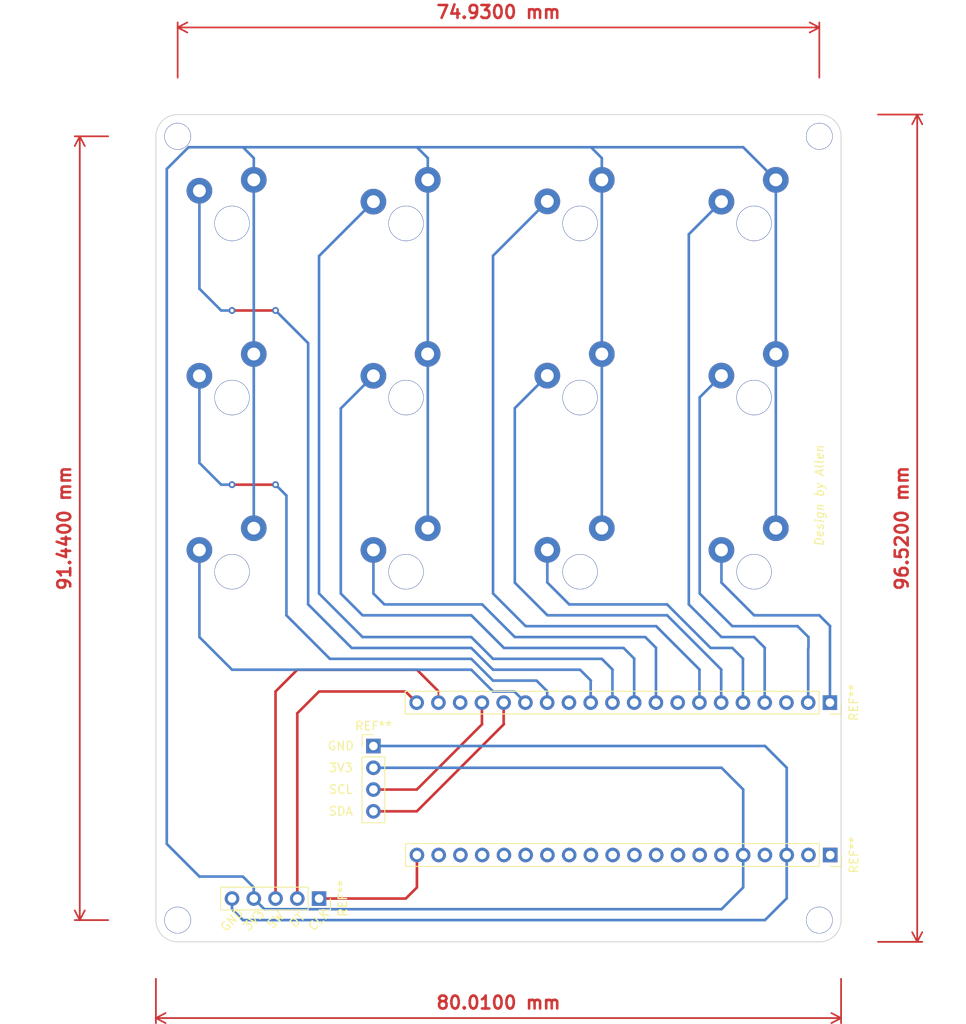
<source format=kicad_pcb>
(kicad_pcb (version 20211014) (generator pcbnew)
  (title_block (title "4*3_programmable_keyboard") (date "2022-05-29"))
  (layers (0 "F.Cu" signal) (31 "B.Cu" signal) (34 "B.Paste" user) (35 "F.Paste" user) (36 "B.SilkS" user "B.Silkscreen") (37 "F.SilkS" user "F.Silkscreen") (38 "B.Mask" user) (39 "F.Mask" user) (44 "Edge.Cuts" user))
  (net 0 "")
  (footprint "" (layer "F.Cu") (at 100.316608 79.98889)
    (fp_text reference "" (at 0 0) (layer "F.SilkS") (effects (font (size 1.27 1.27))))
    (fp_text value "" (at 0 0) (layer "F.SilkS") (effects (font (size 1.27 1.27))))
    (pad "1" thru_hole circle (at 0 0) (size 3 3) (drill 1.5) (layers *.Cu *.Mask))
  )
  (footprint "" (layer "F.Cu") (at 106.68 57.15)
    (fp_text reference "" (at 0 0) (layer "F.SilkS") (effects (font (size 1.27 1.27))))
    (fp_text value "" (at 0 0) (layer "F.SilkS") (effects (font (size 1.27 1.27))))
    (pad "1" thru_hole circle (at 0 0) (size 3 3) (drill 1.5) (layers *.Cu *.Mask))
  )
  (footprint "" (layer "F.Cu") (at 127 77.47)
    (fp_text reference "" (at 0 0) (layer "F.SilkS") (effects (font (size 1.27 1.27))))
    (fp_text value "" (at 0 0) (layer "F.SilkS") (effects (font (size 1.27 1.27))))
    (pad "1" thru_hole circle (at 0 0) (size 3 3) (drill 1.5) (layers *.Cu *.Mask))
  )
  (footprint "" (layer "F.Cu") (at 86.36 57.15)
    (fp_text reference "" (at 0 0) (layer "F.SilkS") (effects (font (size 1.27 1.27))))
    (fp_text value "" (at 0 0) (layer "F.SilkS") (effects (font (size 1.27 1.27))))
    (pad "1" thru_hole circle (at 0 0) (size 3 3) (drill 1.5) (layers *.Cu *.Mask))
  )
  (footprint "" (layer "F.Cu") (at 120.65 59.69)
    (fp_text reference "" (at 0 0) (layer "F.SilkS") (effects (font (size 1.27 1.27))))
    (fp_text value "" (at 0 0) (layer "F.SilkS") (effects (font (size 1.27 1.27))))
    (pad "1" thru_hole circle (at 0 0) (size 3 3) (drill 1.5) (layers *.Cu *.Mask))
  )
  (footprint "Connector_PinSocket_2.54mm:PinSocket_1x20_P2.54mm_Vertical" (layer "F.Cu") (at 133.35 135.915 -90)
    (fp_text reference "REF**" (at 0 -2.77 90) (layer "F.SilkS"))
    (fp_text value "PinSocket_1x20_P2.54mm_Vertical")
    (fp_line (start 1.33 -1.33) (end 1.33 0) (layer "F.SilkS") (width 0.12))
    (fp_line (start -1.33 1.27) (end 1.33 1.27) (layer "F.SilkS") (width 0.12))
    (fp_line (start -1.33 1.27) (end -1.33 49.59) (layer "F.SilkS") (width 0.12))
    (fp_line (start 1.33 1.27) (end 1.33 49.59) (layer "F.SilkS") (width 0.12))
    (fp_line (start 0 -1.33) (end 1.33 -1.33) (layer "F.SilkS") (width 0.12))
    (fp_line (start -1.33 49.59) (end 1.33 49.59) (layer "F.SilkS") (width 0.12))
    (pad "1" thru_hole rect (at 0 0 270) (size 1.7 1.7) (drill 1) (layers *.Cu *.Mask))
    (pad "2" thru_hole oval (at 0 2.54 270) (size 1.7 1.7) (drill 1) (layers *.Cu *.Mask))
    (pad "3" thru_hole oval (at 0 5.08 270) (size 1.7 1.7) (drill 1) (layers *.Cu *.Mask))
    (pad "4" thru_hole oval (at 0 7.62 270) (size 1.7 1.7) (drill 1) (layers *.Cu *.Mask))
    (pad "5" thru_hole oval (at 0 10.16 270) (size 1.7 1.7) (drill 1) (layers *.Cu *.Mask))
    (pad "6" thru_hole oval (at 0 12.7 270) (size 1.7 1.7) (drill 1) (layers *.Cu *.Mask))
    (pad "7" thru_hole oval (at 0 15.24 270) (size 1.7 1.7) (drill 1) (layers *.Cu *.Mask))
    (pad "8" thru_hole oval (at 0 17.78 270) (size 1.7 1.7) (drill 1) (layers *.Cu *.Mask))
    (pad "9" thru_hole oval (at 0 20.32 270) (size 1.7 1.7) (drill 1) (layers *.Cu *.Mask))
    (pad "10" thru_hole oval (at 0 22.86 270) (size 1.7 1.7) (drill 1) (layers *.Cu *.Mask))
    (pad "11" thru_hole oval (at 0 25.4 270) (size 1.7 1.7) (drill 1) (layers *.Cu *.Mask))
    (pad "12" thru_hole oval (at 0 27.94 270) (size 1.7 1.7) (drill 1) (layers *.Cu *.Mask))
    (pad "13" thru_hole oval (at 0 30.48 270) (size 1.7 1.7) (drill 1) (layers *.Cu *.Mask))
    (pad "14" thru_hole oval (at 0 33.02 270) (size 1.7 1.7) (drill 1) (layers *.Cu *.Mask))
    (pad "15" thru_hole oval (at 0 35.56 270) (size 1.7 1.7) (drill 1) (layers *.Cu *.Mask))
    (pad "16" thru_hole oval (at 0 38.1 270) (size 1.7 1.7) (drill 1) (layers *.Cu *.Mask))
    (pad "17" thru_hole oval (at 0 40.64 270) (size 1.7 1.7) (drill 1) (layers *.Cu *.Mask))
    (pad "18" thru_hole oval (at 0 43.18 270) (size 1.7 1.7) (drill 1) (layers *.Cu *.Mask))
    (pad "19" thru_hole oval (at 0 45.72 270) (size 1.7 1.7) (drill 1) (layers *.Cu *.Mask))
    (pad "20" thru_hole oval (at 0 48.26 270) (size 1.7 1.7) (drill 1) (layers *.Cu *.Mask))
  )
  (footprint "" (layer "F.Cu") (at 80.01 80.01)
    (fp_text reference "" (at 0 0) (layer "F.SilkS") (effects (font (size 1.27 1.27))))
    (fp_text value "" (at 0 0) (layer "F.SilkS") (effects (font (size 1.27 1.27))))
    (pad "1" thru_hole circle (at 0 0) (size 3 3) (drill 1.5) (layers *.Cu *.Mask))
  )
  (footprint "" (layer "F.Cu") (at 80.01 59.69)
    (fp_text reference "" (at 0 0) (layer "F.SilkS") (effects (font (size 1.27 1.27))))
    (fp_text value "" (at 0 0) (layer "F.SilkS") (effects (font (size 1.27 1.27))))
    (pad "1" thru_hole circle (at 0 0) (size 3 3) (drill 1.5) (layers *.Cu *.Mask))
  )
  (footprint "" (layer "F.Cu") (at 100.316608 59.659281)
    (fp_text reference "" (at 0 0) (layer "F.SilkS") (effects (font (size 1.27 1.27))))
    (fp_text value "" (at 0 0) (layer "F.SilkS") (effects (font (size 1.27 1.27))))
    (pad "1" thru_hole circle (at 0 0) (size 3 3) (drill 1.5) (layers *.Cu *.Mask))
  )
  (footprint "" (layer "F.Cu") (at 59.69 58.42)
    (fp_text reference "" (at 0 0) (layer "F.SilkS") (effects (font (size 1.27 1.27))))
    (fp_text value "" (at 0 0) (layer "F.SilkS") (effects (font (size 1.27 1.27))))
    (pad "1" thru_hole circle (at 0 0) (size 3 3) (drill 1.5) (layers *.Cu *.Mask))
  )
  (footprint "" (layer "F.Cu") (at 120.65 100.33)
    (fp_text reference "" (at 0 0) (layer "F.SilkS") (effects (font (size 1.27 1.27))))
    (fp_text value "" (at 0 0) (layer "F.SilkS") (effects (font (size 1.27 1.27))))
    (pad "1" thru_hole circle (at 0 0) (size 3 3) (drill 1.5) (layers *.Cu *.Mask))
  )
  (footprint "" (layer "F.Cu") (at 100.316608 100.318499)
    (fp_text reference "" (at 0 0) (layer "F.SilkS") (effects (font (size 1.27 1.27))))
    (fp_text value "" (at 0 0) (layer "F.SilkS") (effects (font (size 1.27 1.27))))
    (pad "1" thru_hole circle (at 0 0) (size 3 3) (drill 1.5) (layers *.Cu *.Mask))
  )
  (footprint "" (layer "F.Cu") (at 66.04 77.47)
    (fp_text reference "" (at 0 0) (layer "F.SilkS") (effects (font (size 1.27 1.27))))
    (fp_text value "" (at 0 0) (layer "F.SilkS") (effects (font (size 1.27 1.27))))
    (pad "1" thru_hole circle (at 0 0) (size 3 3) (drill 1.5) (layers *.Cu *.Mask))
  )
  (footprint "" (layer "F.Cu") (at 86.36 97.79)
    (fp_text reference "" (at 0 0) (layer "F.SilkS") (effects (font (size 1.27 1.27))))
    (fp_text value "" (at 0 0) (layer "F.SilkS") (effects (font (size 1.27 1.27))))
    (pad "1" thru_hole circle (at 0 0) (size 3 3) (drill 1.5) (layers *.Cu *.Mask))
  )
  (footprint "" (layer "F.Cu") (at 66.04 97.79)
    (fp_text reference "" (at 0 0) (layer "F.SilkS") (effects (font (size 1.27 1.27))))
    (fp_text value "" (at 0 0) (layer "F.SilkS") (effects (font (size 1.27 1.27))))
    (pad "1" thru_hole circle (at 0 0) (size 3 3) (drill 1.5) (layers *.Cu *.Mask))
  )
  (footprint "" (layer "F.Cu") (at 86.340782 77.460391)
    (fp_text reference "" (at 0 0) (layer "F.SilkS") (effects (font (size 1.27 1.27))))
    (fp_text value "" (at 0 0) (layer "F.SilkS") (effects (font (size 1.27 1.27))))
    (pad "1" thru_hole circle (at 0 0) (size 3 3) (drill 1.5) (layers *.Cu *.Mask))
  )
  (footprint "" (layer "F.Cu") (at 80.01 100.33)
    (fp_text reference "" (at 0 0) (layer "F.SilkS") (effects (font (size 1.27 1.27))))
    (fp_text value "" (at 0 0) (layer "F.SilkS") (effects (font (size 1.27 1.27))))
    (pad "1" thru_hole circle (at 0 0) (size 3 3) (drill 1.5) (layers *.Cu *.Mask))
  )
  (footprint "" (layer "F.Cu") (at 106.68 97.79)
    (fp_text reference "" (at 0 0) (layer "F.SilkS") (effects (font (size 1.27 1.27))))
    (fp_text value "" (at 0 0) (layer "F.SilkS") (effects (font (size 1.27 1.27))))
    (pad "1" thru_hole circle (at 0 0) (size 3 3) (drill 1.5) (layers *.Cu *.Mask))
  )
  (footprint "" (layer "F.Cu") (at 59.69 80.01)
    (fp_text reference "" (at 0 0) (layer "F.SilkS") (effects (font (size 1.27 1.27))))
    (fp_text value "" (at 0 0) (layer "F.SilkS") (effects (font (size 1.27 1.27))))
    (pad "1" thru_hole circle (at 0 0) (size 3 3) (drill 1.5) (layers *.Cu *.Mask))
  )
  (footprint "Connector_PinSocket_2.54mm:PinSocket_1x20_P2.54mm_Vertical" (layer "F.Cu") (at 133.32 118.135 -90)
    (fp_text reference "REF**" (at 0 -2.77 90) (layer "F.SilkS"))
    (fp_text value "PinSocket_1x20_P2.54mm_Vertical")
    (fp_line (start 0 -1.33) (end 1.33 -1.33) (layer "F.SilkS") (width 0.12))
    (fp_line (start -1.33 1.27) (end 1.33 1.27) (layer "F.SilkS") (width 0.12))
    (fp_line (start -1.33 1.27) (end -1.33 49.59) (layer "F.SilkS") (width 0.12))
    (fp_line (start -1.33 49.59) (end 1.33 49.59) (layer "F.SilkS") (width 0.12))
    (fp_line (start 1.33 1.27) (end 1.33 49.59) (layer "F.SilkS") (width 0.12))
    (fp_line (start 1.33 -1.33) (end 1.33 0) (layer "F.SilkS") (width 0.12))
    (pad "1" thru_hole rect (at 0 0 270) (size 1.7 1.7) (drill 1) (layers *.Cu *.Mask))
    (pad "2" thru_hole oval (at 0 2.54 270) (size 1.7 1.7) (drill 1) (layers *.Cu *.Mask))
    (pad "3" thru_hole oval (at 0 5.08 270) (size 1.7 1.7) (drill 1) (layers *.Cu *.Mask))
    (pad "4" thru_hole oval (at 0 7.62 270) (size 1.7 1.7) (drill 1) (layers *.Cu *.Mask))
    (pad "5" thru_hole oval (at 0 10.16 270) (size 1.7 1.7) (drill 1) (layers *.Cu *.Mask))
    (pad "6" thru_hole oval (at 0 12.7 270) (size 1.7 1.7) (drill 1) (layers *.Cu *.Mask))
    (pad "7" thru_hole oval (at 0 15.24 270) (size 1.7 1.7) (drill 1) (layers *.Cu *.Mask))
    (pad "8" thru_hole oval (at 0 17.78 270) (size 1.7 1.7) (drill 1) (layers *.Cu *.Mask))
    (pad "9" thru_hole oval (at 0 20.32 270) (size 1.7 1.7) (drill 1) (layers *.Cu *.Mask))
    (pad "10" thru_hole oval (at 0 22.86 270) (size 1.7 1.7) (drill 1) (layers *.Cu *.Mask))
    (pad "11" thru_hole oval (at 0 25.4 270) (size 1.7 1.7) (drill 1) (layers *.Cu *.Mask))
    (pad "12" thru_hole oval (at 0 27.94 270) (size 1.7 1.7) (drill 1) (layers *.Cu *.Mask))
    (pad "13" thru_hole oval (at 0 30.48 270) (size 1.7 1.7) (drill 1) (layers *.Cu *.Mask))
    (pad "14" thru_hole oval (at 0 33.02 270) (size 1.7 1.7) (drill 1) (layers *.Cu *.Mask))
    (pad "15" thru_hole oval (at 0 35.56 270) (size 1.7 1.7) (drill 1) (layers *.Cu *.Mask))
    (pad "16" thru_hole oval (at 0 38.1 270) (size 1.7 1.7) (drill 1) (layers *.Cu *.Mask))
    (pad "17" thru_hole oval (at 0 40.64 270) (size 1.7 1.7) (drill 1) (layers *.Cu *.Mask))
    (pad "18" thru_hole oval (at 0 43.18 270) (size 1.7 1.7) (drill 1) (layers *.Cu *.Mask))
    (pad "19" thru_hole oval (at 0 45.72 270) (size 1.7 1.7) (drill 1) (layers *.Cu *.Mask))
    (pad "20" thru_hole oval (at 0 48.26 270) (size 1.7 1.7) (drill 1) (layers *.Cu *.Mask))
  )
  (footprint "" (layer "F.Cu") (at 106.68 77.47)
    (fp_text reference "" (at 0 0) (layer "F.SilkS") (effects (font (size 1.27 1.27))))
    (fp_text value "" (at 0 0) (layer "F.SilkS") (effects (font (size 1.27 1.27))))
    (pad "1" thru_hole circle (at 0 0) (size 3 3) (drill 1.5) (layers *.Cu *.Mask))
  )
  (footprint "" (layer "F.Cu") (at 127 97.79)
    (fp_text reference "" (at 0 0) (layer "F.SilkS") (effects (font (size 1.27 1.27))))
    (fp_text value "" (at 0 0) (layer "F.SilkS") (effects (font (size 1.27 1.27))))
    (pad "1" thru_hole circle (at 0 0) (size 3 3) (drill 1.5) (layers *.Cu *.Mask))
  )
  (footprint "" (layer "F.Cu") (at 120.646217 79.98889)
    (fp_text reference "" (at 0 0) (layer "F.SilkS") (effects (font (size 1.27 1.27))))
    (fp_text value "" (at 0 0) (layer "F.SilkS") (effects (font (size 1.27 1.27))))
    (pad "1" thru_hole circle (at 0 0) (size 3 3) (drill 1.5) (layers *.Cu *.Mask))
  )
  (footprint "Connector_PinSocket_2.54mm:PinSocket_1x05_P2.54mm_Vertical" (layer "F.Cu") (at 73.66 140.995 -90)
    (fp_text reference "REF**" (at 0 -2.77 90) (layer "F.SilkS"))
    (fp_text value "PinSocket_1x05_P2.54mm_Vertical")
    (fp_line (start -1.33 1.27) (end -1.33 11.49) (layer "F.SilkS") (width 0.12))
    (fp_line (start -1.33 11.49) (end 1.33 11.49) (layer "F.SilkS") (width 0.12))
    (fp_line (start 1.33 1.27) (end 1.33 11.49) (layer "F.SilkS") (width 0.12))
    (fp_line (start 0 -1.33) (end 1.33 -1.33) (layer "F.SilkS") (width 0.12))
    (fp_line (start -1.33 1.27) (end 1.33 1.27) (layer "F.SilkS") (width 0.12))
    (fp_line (start 1.33 -1.33) (end 1.33 0) (layer "F.SilkS") (width 0.12))
    (pad "1" thru_hole rect (at 0 0 270) (size 1.7 1.7) (drill 1) (layers *.Cu *.Mask))
    (pad "2" thru_hole oval (at 0 2.54 270) (size 1.7 1.7) (drill 1) (layers *.Cu *.Mask))
    (pad "3" thru_hole oval (at 0 5.08 270) (size 1.7 1.7) (drill 1) (layers *.Cu *.Mask))
    (pad "4" thru_hole oval (at 0 7.62 270) (size 1.7 1.7) (drill 1) (layers *.Cu *.Mask))
    (pad "5" thru_hole oval (at 0 10.16 270) (size 1.7 1.7) (drill 1) (layers *.Cu *.Mask))
  )
  (footprint "" (layer "F.Cu") (at 66.04 57.15)
    (fp_text reference "" (at 0 0) (layer "F.SilkS") (effects (font (size 1.27 1.27))))
    (fp_text value "" (at 0 0) (layer "F.SilkS") (effects (font (size 1.27 1.27))))
    (pad "1" thru_hole circle (at 0 0) (size 3 3) (drill 1.5) (layers *.Cu *.Mask))
  )
  (footprint "" (layer "F.Cu") (at 59.69 100.33)
    (fp_text reference "" (at 0 0) (layer "F.SilkS") (effects (font (size 1.27 1.27))))
    (fp_text value "" (at 0 0) (layer "F.SilkS") (effects (font (size 1.27 1.27))))
    (pad "1" thru_hole circle (at 0 0) (size 3 3) (drill 1.5) (layers *.Cu *.Mask))
  )
  (footprint "" (layer "F.Cu") (at 127 57.15)
    (fp_text reference "" (at 0 0) (layer "F.SilkS") (effects (font (size 1.27 1.27))))
    (fp_text value "" (at 0 0) (layer "F.SilkS") (effects (font (size 1.27 1.27))))
    (pad "1" thru_hole circle (at 0 0) (size 3 3) (drill 1.5) (layers *.Cu *.Mask))
  )
  (footprint "Connector_PinHeader_2.54mm:PinHeader_1x04_P2.54mm_Vertical" (layer "F.Cu") (at 80.01 123.2)
    (fp_text reference "REF**" (at 0 -2.33) (layer "F.SilkS"))
    (fp_text value "PinHeader_1x04_P2.54mm_Vertical")
    (fp_line (start -1.33 8.95) (end 1.33 8.95) (layer "F.SilkS") (width 0.12))
    (fp_line (start -1.33 1.27) (end 1.33 1.27) (layer "F.SilkS") (width 0.12))
    (fp_line (start 1.33 1.27) (end 1.33 8.95) (layer "F.SilkS") (width 0.12))
    (fp_line (start -1.33 0) (end -1.33 -1.33) (layer "F.SilkS") (width 0.12))
    (fp_line (start -1.33 -1.33) (end 0 -1.33) (layer "F.SilkS") (width 0.12))
    (fp_line (start -1.33 1.27) (end -1.33 8.95) (layer "F.SilkS") (width 0.12))
    (pad "1" thru_hole rect (at 0 0) (size 1.7 1.7) (drill 1) (layers *.Cu *.Mask))
    (pad "2" thru_hole oval (at 0 2.54) (size 1.7 1.7) (drill 1) (layers *.Cu *.Mask))
    (pad "3" thru_hole oval (at 0 5.08) (size 1.7 1.7) (drill 1) (layers *.Cu *.Mask))
    (pad "4" thru_hole oval (at 0 7.62) (size 1.7 1.7) (drill 1) (layers *.Cu *.Mask))
  )
  (gr_arc (start 134.62 143.51) (mid 133.876051 145.306051) (end 132.08 146.05) (layer "Edge.Cuts") (width 0.1))
  (gr_line (start 57.15 146.05) (end 132.08 146.05) (layer "Edge.Cuts") (width 0.1))
  (gr_arc (start 54.61 52.07) (mid 55.353949 50.273949) (end 57.15 49.53) (layer "Edge.Cuts") (width 0.1))
  (gr_arc (start 57.15 146.05) (mid 55.353949 145.306051) (end 54.61 143.51) (layer "Edge.Cuts") (width 0.1))
  (gr_line (start 54.61 52.07) (end 54.61 143.51) (layer "Edge.Cuts") (width 0.1))
  (gr_line (start 134.62 143.51) (end 134.62 52.07) (layer "Edge.Cuts") (width 0.1))
  (gr_arc (start 132.08 49.53) (mid 133.876051 50.273949) (end 134.62 52.07) (layer "Edge.Cuts") (width 0.1))
  (gr_line (start 132.08 49.53) (end 57.15 49.53) (layer "Edge.Cuts") (width 0.1))
  (gr_text "CLK\n" (at 73.66 143.51 45) (layer "F.SilkS") (effects (font (size 1 1))))
  (gr_text "Design by Allen" (at 132.08 93.98 90) (layer "F.SilkS") (effects (font (size 1 1) (thickness 0.15) italic)))
  (gr_text "3V3" (at 76.2 125.73) (layer "F.SilkS") (effects (font (size 1 1))))
  (gr_text "GND" (at 76.2 123.19) (layer "F.SilkS") (effects (font (size 1 1))))
  (gr_text "3V3" (at 66.04 143.51 45) (layer "F.SilkS") (effects (font (size 1 1))))
  (gr_text "SCL" (at 76.2 128.27) (layer "F.SilkS") (effects (font (size 1 1))))
  (gr_text "DT" (at 71.12 143.51 45) (layer "F.SilkS") (effects (font (size 1 1))))
  (gr_text "SDA" (at 76.2 130.81) (layer "F.SilkS") (effects (font (size 1 1))))
  (gr_text "GND" (at 63.5 143.51 45) (layer "F.SilkS") (effects (font (size 1 1))))
  (gr_text "SW" (at 68.58 143.51 45) (layer "F.SilkS") (effects (font (size 1 1))))
  (dimension (type aligned) (layer "F.Cu") (pts (xy 134.62 149.86) (xy 54.61 149.86)) (height -5.08) (gr_text "80.0100 mm" (at 94.615 153.14) (layer "F.Cu") (effects (font (size 1.5 1.5) (thickness 0.3)))) (format (units 3) (units_format 1) (precision 4)) (style (thickness 0.2) (arrow_length 1.27) (text_position_mode 0) (extension_height 0.58642) (extension_offset 0.5) keep_text_aligned))
  (dimension (type aligned) (layer "F.Cu") (pts (xy 57.15 45.72) (xy 132.08 45.72)) (height -6.35) (gr_text "74.9300 mm" (at 94.615 37.57) (layer "F.Cu") (effects (font (size 1.5 1.5) (thickness 0.3)))) (format (units 3) (units_format 1) (precision 4)) (style (thickness 0.2) (arrow_length 1.27) (text_position_mode 0) (extension_height 0.58642) (extension_offset 0.5) keep_text_aligned))
  (dimension (type aligned) (layer "F.Cu") (pts (xy 138.43 49.53) (xy 138.43 146.05)) (height -5.08) (gr_text "96.5200 mm" (at 141.71 97.79 90) (layer "F.Cu") (effects (font (size 1.5 1.5) (thickness 0.3)))) (format (units 3) (units_format 1) (precision 4)) (style (thickness 0.2) (arrow_length 1.27) (text_position_mode 0) (extension_height 0.58642) (extension_offset 0.5) keep_text_aligned))
  (dimension (type aligned) (layer "F.Cu") (pts (xy 49.53 52.07) (xy 49.53 143.51)) (height 3.81) (gr_text "91.4400 mm" (at 43.92 97.79 90) (layer "F.Cu") (effects (font (size 1.5 1.5) (thickness 0.3)))) (format (units 3) (units_format 1) (precision 4)) (style (thickness 0.2) (arrow_length 1.27) (text_position_mode 0) (extension_height 0.58642) (extension_offset 0.5) keep_text_aligned))
  (segment (start 92.71 120.65) (end 92.68 120.62) (width 0.2) (layer "F.Cu") (net 0))
  (segment (start 85.09 114.3) (end 71.12 114.3) (width 0.3048) (layer "F.Cu") (net 0))
  (segment (start 73.66 140.995) (end 83.795 140.995) (width 0.3048) (layer "F.Cu") (net 0))
  (segment (start 80.01 128.28) (end 85.08 128.28) (width 0.3048) (layer "F.Cu") (net 0))
  (segment (start 85.09 139.7) (end 85.09 135.915) (width 0.3048) (layer "F.Cu") (net 0))
  (segment (start 68.58 116.84) (end 68.58 140.995) (width 0.3048) (layer "F.Cu") (net 0))
  (segment (start 63.5 72.39) (end 68.58 72.39) (width 0.3048) (layer "F.Cu") (net 0))
  (segment (start 80.01 130.82) (end 85.08 130.82) (width 0.3048) (layer "F.Cu") (net 0))
  (segment (start 73.66 116.84) (end 71.12 119.38) (width 0.3048) (layer "F.Cu") (net 0))
  (segment (start 95.25 120.65) (end 95.22 120.62) (width 0.2) (layer "F.Cu") (net 0))
  (segment (start 85.08 130.82) (end 95.25 120.65) (width 0.3048) (layer "F.Cu") (net 0))
  (segment (start 85.08 128.28) (end 92.71 120.65) (width 0.3048) (layer "F.Cu") (net 0))
  (segment (start 87.6 116.81) (end 85.09 114.3) (width 0.3048) (layer "F.Cu") (net 0))
  (segment (start 71.12 119.38) (end 71.12 140.995) (width 0.3048) (layer "F.Cu") (net 0))
  (segment (start 87.6 118.135) (end 87.6 116.81) (width 0.2) (layer "F.Cu") (net 0))
  (segment (start 95.22 120.62) (end 95.22 118.135) (width 0.3048) (layer "F.Cu") (net 0))
  (segment (start 92.68 120.62) (end 92.68 118.135) (width 0.3048) (layer "F.Cu") (net 0))
  (segment (start 83.795 140.995) (end 85.09 139.7) (width 0.3048) (layer "F.Cu") (net 0))
  (segment (start 71.12 114.3) (end 68.58 116.84) (width 0.3048) (layer "F.Cu") (net 0))
  (segment (start 83.765 116.84) (end 73.66 116.84) (width 0.3048) (layer "F.Cu") (net 0))
  (segment (start 85.06 118.135) (end 83.765 116.84) (width 0.3048) (layer "F.Cu") (net 0))
  (segment (start 63.5 92.71) (end 68.58 92.71) (width 0.3048) (layer "F.Cu") (net 0))
  (via (at 57.15 52.07) (size 3.1) (drill 3) (layers "F.Cu" "B.Cu") (net 0))
  (via (at 83.82 82.55) (size 4.1) (drill 4) (layers "F.Cu" "B.Cu") (net 0))
  (via (at 124.46 82.55) (size 4.1) (drill 4) (layers "F.Cu" "B.Cu") (net 0))
  (via (at 104.14 102.87) (size 4.1) (drill 4) (layers "F.Cu" "B.Cu") (net 0))
  (via (at 83.82 102.87) (size 4.1) (drill 4) (layers "F.Cu" "B.Cu") (net 0))
  (via (at 63.5 82.55) (size 4.1) (drill 4) (layers "F.Cu" "B.Cu") (net 0))
  (via (at 124.46 62.23) (size 4.1) (drill 4) (layers "F.Cu" "B.Cu") (net 0))
  (via (at 132.08 143.51) (size 3.1) (drill 3) (layers "F.Cu" "B.Cu") (net 0))
  (via (at 83.82 62.23) (size 4.1) (drill 4) (layers "F.Cu" "B.Cu") (net 0))
  (via (at 63.5 102.87) (size 4.1) (drill 4) (layers "F.Cu" "B.Cu") (net 0))
  (via (at 104.14 82.55) (size 4.1) (drill 4) (layers "F.Cu" "B.Cu") (net 0))
  (via (at 63.5 72.39) (size 0.8) (drill 0.4) (layers "F.Cu" "B.Cu") (net 0))
  (via (at 68.58 72.39) (size 0.8) (drill 0.4) (layers "F.Cu" "B.Cu") (net 0))
  (via (at 124.46 102.87) (size 4.1) (drill 4) (layers "F.Cu" "B.Cu") (net 0))
  (via (at 68.58 92.71) (size 0.8) (drill 0.4) (layers "F.Cu" "B.Cu") (net 0))
  (via (at 63.5 62.23) (size 4.1) (drill 4) (layers "F.Cu" "B.Cu") (net 0))
  (via (at 63.5 92.71) (size 0.8) (drill 0.4) (layers "F.Cu" "B.Cu") (net 0))
  (via (at 104.14 62.23) (size 4.1) (drill 4) (layers "F.Cu" "B.Cu") (net 0))
  (via (at 57.15 143.51) (size 3.1) (drill 3) (layers "F.Cu" "B.Cu") (net 0))
  (via (at 132.08 52.07) (size 3.1) (drill 3) (layers "F.Cu" "B.Cu") (net 0))
  (segment (start 106.68 57.15) (end 106.68 54.61) (width 0.3048) (layer "B.Cu") (net 0))
  (segment (start 59.69 58.42) (end 59.69 69.85) (width 0.3048) (layer "B.Cu") (net 0))
  (segment (start 130.78 111.79) (end 130.78 118.135) (width 0.3048) (layer "B.Cu") (net 0))
  (segment (start 76.2 105.41) (end 78.74 107.95) (width 0.3048) (layer "B.Cu") (net 0))
  (segment (start 67.285 142.24) (end 120.65 142.24) (width 0.3048) (layer "B.Cu") (net 0))
  (segment (start 102.87 106.68) (end 114.3 106.68) (width 0.3048) (layer "B.Cu") (net 0))
  (segment (start 100.316608 104.126608) (end 102.87 106.68) (width 0.3048) (layer "B.Cu") (net 0))
  (segment (start 66.04 139.7) (end 66.04 140.995) (width 0.3048) (layer "B.Cu") (net 0))
  (segment (start 120.65 59.69) (end 116.84 63.5) (width 0.3048) (layer "B.Cu") (net 0))
  (segment (start 91.44 107.95) (end 95.25 111.76) (width 0.3048) (layer "B.Cu") (net 0))
  (segment (start 59.69 138.43) (end 64.77 138.43) (width 0.3048) (layer "B.Cu") (net 0))
  (segment (start 93.98 115.57) (end 99.06 115.57) (width 0.3048) (layer "B.Cu") (net 0))
  (segment (start 91.44 110.49) (end 93.98 113.03) (width 0.3048) (layer "B.Cu") (net 0))
  (segment (start 63.5 142.24) (end 64.77 143.51) (width 0.3048) (layer "B.Cu") (net 0))
  (segment (start 105.41 115.57) (end 105.38 115.6) (width 0.2) (layer "B.Cu") (net 0))
  (segment (start 93.98 65.995889) (end 93.98 105.41) (width 0.3048) (layer "B.Cu") (net 0))
  (segment (start 64.77 143.51) (end 125.73 143.51) (width 0.3048) (layer "B.Cu") (net 0))
  (segment (start 96.52 116.895) (end 96.52 116.84) (width 0.2) (layer "B.Cu") (net 0))
  (segment (start 116.84 63.5) (end 116.84 106.68) (width 0.3048) (layer "B.Cu") (net 0))
  (segment (start 120.65 100.33) (end 120.65 104.14) (width 0.3048) (layer "B.Cu") (net 0))
  (segment (start 77.47 111.76) (end 91.44 111.76) (width 0.3048) (layer "B.Cu") (net 0))
  (segment (start 69.85 93.98) (end 69.85 107.95) (width 0.3048) (layer "B.Cu") (net 0))
  (segment (start 76.2 83.82) (end 76.2 105.41) (width 0.3048) (layer "B.Cu") (net 0))
  (segment (start 113 111.79) (end 113 118.135) (width 0.3048) (layer "B.Cu") (net 0))
  (segment (start 86.36 57.15) (end 86.36 97.79) (width 0.3048) (layer "B.Cu") (net 0))
  (segment (start 133.35 109.22) (end 133.32 109.25) (width 0.2) (layer "B.Cu") (net 0))
  (segment (start 74.93 113.03) (end 91.44 113.03) (width 0.3048) (layer "B.Cu") (net 0))
  (segment (start 113.03 109.22) (end 118.11 114.3) (width 0.3048) (layer "B.Cu") (net 0))
  (segment (start 127 57.15) (end 123.19 53.34) (width 0.3048) (layer "B.Cu") (net 0))
  (segment (start 106.68 113.03) (end 107.95 114.3) (width 0.3048) (layer "B.Cu") (net 0))
  (segment (start 132.08 107.95) (end 133.35 109.22) (width 0.3048) (layer "B.Cu") (net 0))
  (segment (start 73.66 105.41) (end 78.74 110.49) (width 0.3048) (layer "B.Cu") (net 0))
  (segment (start 130.81 110.49) (end 130.81 111.76) (width 0.3048) (layer "B.Cu") (net 0))
  (segment (start 55.88 134.62) (end 59.69 138.43) (width 0.3048) (layer "B.Cu") (net 0))
  (segment (start 123.19 139.7) (end 123.19 135.915) (width 0.3048) (layer "B.Cu") (net 0))
  (segment (start 105.38 115.6) (end 105.38 118.135) (width 0.3048) (layer "B.Cu") (net 0))
  (segment (start 130.81 111.76) (end 130.78 111.79) (width 0.2) (layer "B.Cu") (net 0))
  (segment (start 125.7 111.79) (end 125.7 118.135) (width 0.3048) (layer "B.Cu") (net 0))
  (segment (start 66.04 57.15) (end 66.04 77.47) (width 0.3048) (layer "B.Cu") (net 0))
  (segment (start 91.44 111.76) (end 93.98 114.3) (width 0.3048) (layer "B.Cu") (net 0))
  (segment (start 59.69 110.49) (end 59.69 100.33) (width 0.3048) (layer "B.Cu") (net 0))
  (segment (start 118.11 114.3) (end 118.08 114.33) (width 0.2) (layer "B.Cu") (net 0))
  (segment (start 95.25 111.76) (end 109.22 111.76) (width 0.3048) (layer "B.Cu") (net 0))
  (segment (start 123.19 128.27) (end 123.19 135.915) (width 0.3048) (layer "B.Cu") (net 0))
  (segment (start 120.65 142.24) (end 123.19 139.7) (width 0.3048) (layer "B.Cu") (net 0))
  (segment (start 100.316608 79.98889) (end 96.52 83.785498) (width 0.3048) (layer "B.Cu") (net 0))
  (segment (start 125.74 123.2) (end 128.27 125.73) (width 0.3048) (layer "B.Cu") (net 0))
  (segment (start 59.69 69.85) (end 62.23 72.39) (width 0.3048) (layer "B.Cu") (net 0))
  (segment (start 68.58 92.71) (end 69.85 93.98) (width 0.3048) (layer "B.Cu") (net 0))
  (segment (start 100.316608 59.659281) (end 93.98 65.995889) (width 0.3048) (layer "B.Cu") (net 0))
  (segment (start 125.73 143.51) (end 128.27 140.97) (width 0.3048) (layer "B.Cu") (net 0))
  (segment (start 120.64 125.74) (end 120.65 125.73) (width 0.2) (layer "B.Cu") (net 0))
  (segment (start 66.04 54.61) (end 64.77 53.34) (width 0.3048) (layer "B.Cu") (net 0))
  (segment (start 80.01 125.74) (end 120.64 125.74) (width 0.3048) (layer "B.Cu") (net 0))
  (segment (start 78.74 110.49) (end 91.44 110.49) (width 0.3048) (layer "B.Cu") (net 0))
  (segment (start 73.66 66.04) (end 73.66 105.41) (width 0.3048) (layer "B.Cu") (net 0))
  (segment (start 106.68 54.61) (end 105.41 53.34) (width 0.3048) (layer "B.Cu") (net 0))
  (segment (start 80.01 100.33) (end 80.01 105.41) (width 0.3048) (layer "B.Cu") (net 0))
  (segment (start 121.92 109.22) (end 129.54 109.22) (width 0.3048) (layer "B.Cu") (net 0))
  (segment (start 62.23 92.71) (end 63.5 92.71) (width 0.3048) (layer "B.Cu") (net 0))
  (segment (start 78.74 107.95) (end 91.44 107.95) (width 0.3048) (layer "B.Cu") (net 0))
  (segment (start 125.73 111.76) (end 125.7 111.79) (width 0.2) (layer "B.Cu") (net 0))
  (segment (start 86.36 54.61) (end 85.09 53.34) (width 0.3048) (layer "B.Cu") (net 0))
  (segment (start 72.39 106.68) (end 77.47 111.76) (width 0.3048) (layer "B.Cu") (net 0))
  (segment (start 124.46 110.49) (end 125.73 111.76) (width 0.3048) (layer "B.Cu") (net 0))
  (segment (start 69.85 107.95) (end 74.93 113.03) (width 0.3048) (layer "B.Cu") (net 0))
  (segment (start 85.09 53.34) (end 58.42 53.34) (width 0.3048) (layer "B.Cu") (net 0))
  (segment (start 93.98 116.84) (end 91.44 114.3) (width 0.3048) (layer "B.Cu") (net 0))
  (segment (start 55.88 133.375) (end 55.88 134.62) (width 0.3048) (layer "B.Cu") (net 0))
  (segment (start 66.04 57.15) (end 66.04 54.61) (width 0.3048) (layer "B.Cu") (net 0))
  (segment (start 121.92 111.76) (end 123.19 113.03) (width 0.3048) (layer "B.Cu") (net 0))
  (segment (start 68.58 72.39) (end 72.39 76.2) (width 0.3048) (layer "B.Cu") (net 0))
  (segment (start 66.04 140.995) (end 67.285 142.24) (width 0.3048) (layer "B.Cu") (net 0))
  (segment (start 96.52 116.84) (end 93.98 116.84) (width 0.3048) (layer "B.Cu") (net 0))
  (segment (start 97.76 118.135) (end 96.52 116.895) (width 0.3048) (layer "B.Cu") (net 0))
  (segment (start 100.3 116.81) (end 100.3 118.135) (width 0.3048) (layer "B.Cu") (net 0))
  (segment (start 96.52 110.49) (end 111.76 110.49) (width 0.3048) (layer "B.Cu") (net 0))
  (segment (start 81.28 106.68) (end 92.71 106.68) (width 0.3048) (layer "B.Cu") (net 0))
  (segment (start 72.39 76.2) (end 72.39 106.68) (width 0.3048) (layer "B.Cu") (net 0))
  (segment (start 64.77 138.43) (end 66.04 139.7) (width 0.3048) (layer "B.Cu") (net 0))
  (segment (start 92.71 106.68) (end 96.52 110.49) (width 0.3048) (layer "B.Cu") (net 0))
  (segment (start 80.01 105.41) (end 81.28 106.68) (width 0.3048) (layer "B.Cu") (net 0))
  (segment (start 63.5 114.3) (end 59.69 110.49) (width 0.3048) (layer "B.Cu") (net 0))
  (segment (start 66.04 77.47) (end 66.04 97.79) (width 0.3048) (layer "B.Cu") (net 0))
  (segment (start 113.03 111.76) (end 113 111.79) (width 0.2) (layer "B.Cu") (net 0))
  (segment (start 123.19 113.03) (end 123.16 113.06) (width 0.2) (layer "B.Cu") (net 0))
  (segment (start 93.98 114.3) (end 104.14 114.3) (width 0.3048) (layer "B.Cu") (net 0))
  (segment (start 114.3 107.95) (end 120.65 114.3) (width 0.3048) (layer "B.Cu") (net 0))
  (segment (start 110.46 113.06) (end 110.46 118.135) (width 0.3048) (layer "B.Cu") (net 0))
  (segment (start 129.54 109.22) (end 130.81 110.49) (width 0.3048) (layer "B.Cu") (net 0))
  (segment (start 127 57.15) (end 127 97.79) (width 0.3048) (layer "B.Cu") (net 0))
  (segment (start 80.01 80.01) (end 76.2 83.82) (width 0.3048) (layer "B.Cu") (net 0))
  (segment (start 120.62 114.33) (end 120.62 118.135) (width 0.3048) (layer "B.Cu") (net 0))
  (segment (start 97.79 109.22) (end 113.03 109.22) (width 0.3048) (layer "B.Cu") (net 0))
  (segment (start 123.19 53.34) (end 85.09 53.34) (width 0.3048) (layer "B.Cu") (net 0))
  (segment (start 116.84 106.68) (end 120.65 110.49) (width 0.3048) (layer "B.Cu") (net 0))
  (segment (start 118.11 105.41) (end 121.92 109.22) (width 0.3048) (layer "B.Cu") (net 0))
  (segment (start 100.316608 100.318499) (end 100.316608 104.126608) (width 0.3048) (layer "B.Cu") (net 0))
  (segment (start 120.646217 79.98889) (end 118.11 82.525107) (width 0.3048) (layer "B.Cu") (net 0))
  (segment (start 118.11 82.525107) (end 118.11 105.41) (width 0.3048) (layer "B.Cu") (net 0))
  (segment (start 59.69 90.17) (end 62.23 92.71) (width 0.3048) (layer "B.Cu") (net 0))
  (segment (start 123.16 113.06) (end 123.16 118.135) (width 0.3048) (layer "B.Cu") (net 0))
  (segment (start 80.01 59.69) (end 73.66 66.04) (width 0.3048) (layer "B.Cu") (net 0))
  (segment (start 100.33 107.95) (end 114.3 107.95) (width 0.3048) (layer "B.Cu") (net 0))
  (segment (start 93.98 105.41) (end 97.79 109.22) (width 0.3048) (layer "B.Cu") (net 0))
  (segment (start 106.68 57.15) (end 106.68 97.79) (width 0.3048) (layer "B.Cu") (net 0))
  (segment (start 124.46 107.95) (end 132.08 107.95) (width 0.3048) (layer "B.Cu") (net 0))
  (segment (start 93.98 113.03) (end 106.68 113.03) (width 0.3048) (layer "B.Cu") (net 0))
  (segment (start 96.52 83.785498) (end 96.52 104.14) (width 0.3048) (layer "B.Cu") (net 0))
  (segment (start 99.06 115.57) (end 100.3 116.81) (width 0.3048) (layer "B.Cu") (net 0))
  (segment (start 59.69 80.01) (end 59.69 90.17) (width 0.3048) (layer "B.Cu") (net 0))
  (segment (start 133.32 109.25) (end 133.32 118.135) (width 0.3048) (layer "B.Cu") (net 0))
  (segment (start 91.44 113.03) (end 93.98 115.57) (width 0.3048) (layer "B.Cu") (net 0))
  (segment (start 111.76 110.49) (end 113.03 111.76) (width 0.3048) (layer "B.Cu") (net 0))
  (segment (start 62.23 72.39) (end 63.5 72.39) (width 0.3048) (layer "B.Cu") (net 0))
  (segment (start 120.65 114.3) (end 120.62 114.33) (width 0.2) (layer "B.Cu") (net 0))
  (segment (start 58.42 53.34) (end 55.88 55.88) (width 0.3048) (layer "B.Cu") (net 0))
  (segment (start 128.27 125.73) (end 128.27 135.915) (width 0.3048) (layer "B.Cu") (net 0))
  (segment (start 128.27 140.97) (end 128.27 135.915) (width 0.3048) (layer "B.Cu") (net 0))
  (segment (start 104.14 114.3) (end 105.41 115.57) (width 0.3048) (layer "B.Cu") (net 0))
  (segment (start 118.08 114.33) (end 118.08 118.135) (width 0.3048) (layer "B.Cu") (net 0))
  (segment (start 63.5 140.995) (end 63.5 142.24) (width 0.3048) (layer "B.Cu") (net 0))
  (segment (start 109.22 111.76) (end 110.49 113.03) (width 0.3048) (layer "B.Cu") (net 0))
  (segment (start 91.44 114.3) (end 63.5 114.3) (width 0.3048) (layer "B.Cu") (net 0))
  (segment (start 110.49 113.03) (end 110.46 113.06) (width 0.2) (layer "B.Cu") (net 0))
  (segment (start 107.95 114.3) (end 107.92 114.33) (width 0.2) (layer "B.Cu") (net 0))
  (segment (start 80.01 123.2) (end 125.74 123.2) (width 0.3048) (layer "B.Cu") (net 0))
  (segment (start 120.65 104.14) (end 124.46 107.95) (width 0.3048) (layer "B.Cu") (net 0))
  (segment (start 120.65 125.73) (end 123.19 128.27) (width 0.3048) (layer "B.Cu") (net 0))
  (segment (start 114.3 106.68) (end 119.38 111.76) (width 0.3048) (layer "B.Cu") (net 0))
  (segment (start 55.88 55.88) (end 55.88 133.375) (width 0.3048) (layer "B.Cu") (net 0))
  (segment (start 86.36 57.15) (end 86.36 54.61) (width 0.3048) (layer "B.Cu") (net 0))
  (segment (start 120.65 110.49) (end 124.46 110.49) (width 0.3048) (layer "B.Cu") (net 0))
  (segment (start 96.52 104.14) (end 100.33 107.95) (width 0.3048) (layer "B.Cu") (net 0))
  (segment (start 119.38 111.76) (end 121.92 111.76) (width 0.3048) (layer "B.Cu") (net 0))
  (segment (start 107.92 114.33) (end 107.92 118.135) (width 0.3048) (layer "B.Cu") (net 0))
)
</source>
